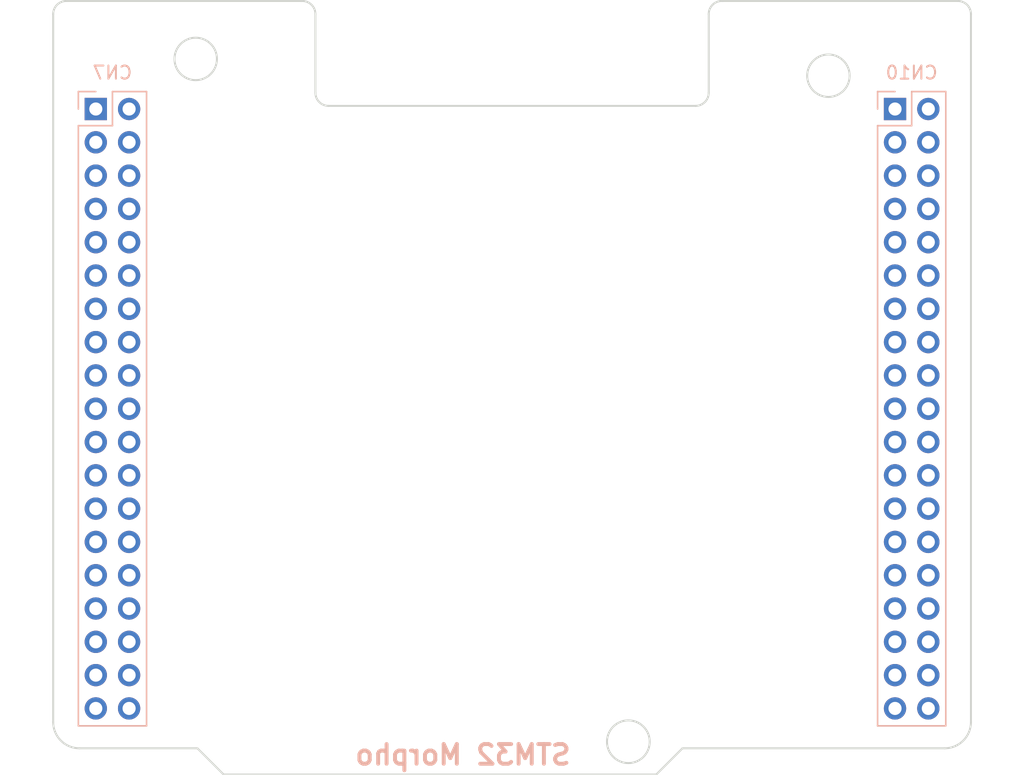
<source format=kicad_pcb>
(kicad_pcb (version 20171130) (host pcbnew 5.1.7-a382d34a8~87~ubuntu20.04.1)

  (general
    (thickness 1.6)
    (drawings 25)
    (tracks 0)
    (zones 0)
    (modules 2)
    (nets 77)
  )

  (page A4)
  (layers
    (0 F.Cu signal)
    (31 B.Cu signal)
    (32 B.Adhes user)
    (33 F.Adhes user)
    (34 B.Paste user)
    (35 F.Paste user)
    (36 B.SilkS user)
    (37 F.SilkS user)
    (38 B.Mask user)
    (39 F.Mask user)
    (40 Dwgs.User user)
    (41 Cmts.User user)
    (42 Eco1.User user)
    (43 Eco2.User user)
    (44 Edge.Cuts user)
    (45 Margin user)
    (46 B.CrtYd user)
    (47 F.CrtYd user)
    (48 B.Fab user)
    (49 F.Fab user)
  )

  (setup
    (last_trace_width 0.25)
    (trace_clearance 0.2)
    (zone_clearance 0.508)
    (zone_45_only no)
    (trace_min 0.2)
    (via_size 0.6)
    (via_drill 0.4)
    (via_min_size 0.4)
    (via_min_drill 0.3)
    (uvia_size 0.3)
    (uvia_drill 0.1)
    (uvias_allowed no)
    (uvia_min_size 0.2)
    (uvia_min_drill 0.1)
    (edge_width 0.15)
    (segment_width 0.2)
    (pcb_text_width 0.3)
    (pcb_text_size 1.5 1.5)
    (mod_edge_width 0.15)
    (mod_text_size 1 1)
    (mod_text_width 0.15)
    (pad_size 1.524 1.524)
    (pad_drill 0.762)
    (pad_to_mask_clearance 0.2)
    (aux_axis_origin 130 120)
    (grid_origin 130 120)
    (visible_elements FFFFFF7F)
    (pcbplotparams
      (layerselection 0x00030_80000001)
      (usegerberextensions false)
      (usegerberattributes true)
      (usegerberadvancedattributes true)
      (creategerberjobfile true)
      (excludeedgelayer true)
      (linewidth 0.100000)
      (plotframeref false)
      (viasonmask false)
      (mode 1)
      (useauxorigin false)
      (hpglpennumber 1)
      (hpglpenspeed 20)
      (hpglpendiameter 15.000000)
      (psnegative false)
      (psa4output false)
      (plotreference true)
      (plotvalue true)
      (plotinvisibletext false)
      (padsonsilk false)
      (subtractmaskfromsilk false)
      (outputformat 1)
      (mirror false)
      (drillshape 1)
      (scaleselection 1)
      (outputdirectory ""))
  )

  (net 0 "")
  (net 1 "Net-(CN7-Pad1)")
  (net 2 "Net-(CN7-Pad2)")
  (net 3 "Net-(CN7-Pad3)")
  (net 4 "Net-(CN7-Pad4)")
  (net 5 "Net-(CN7-Pad5)")
  (net 6 "Net-(CN7-Pad6)")
  (net 7 "Net-(CN7-Pad7)")
  (net 8 "Net-(CN7-Pad8)")
  (net 9 "Net-(CN7-Pad9)")
  (net 10 "Net-(CN7-Pad10)")
  (net 11 "Net-(CN7-Pad11)")
  (net 12 "Net-(CN7-Pad12)")
  (net 13 "Net-(CN7-Pad13)")
  (net 14 "Net-(CN7-Pad14)")
  (net 15 "Net-(CN7-Pad15)")
  (net 16 "Net-(CN7-Pad16)")
  (net 17 "Net-(CN7-Pad17)")
  (net 18 "Net-(CN7-Pad18)")
  (net 19 "Net-(CN7-Pad19)")
  (net 20 "Net-(CN7-Pad20)")
  (net 21 "Net-(CN7-Pad21)")
  (net 22 "Net-(CN7-Pad22)")
  (net 23 "Net-(CN7-Pad23)")
  (net 24 "Net-(CN7-Pad24)")
  (net 25 "Net-(CN7-Pad25)")
  (net 26 "Net-(CN7-Pad26)")
  (net 27 "Net-(CN7-Pad27)")
  (net 28 "Net-(CN7-Pad28)")
  (net 29 "Net-(CN7-Pad29)")
  (net 30 "Net-(CN7-Pad30)")
  (net 31 "Net-(CN7-Pad31)")
  (net 32 "Net-(CN7-Pad32)")
  (net 33 "Net-(CN7-Pad33)")
  (net 34 "Net-(CN7-Pad34)")
  (net 35 "Net-(CN7-Pad35)")
  (net 36 "Net-(CN7-Pad36)")
  (net 37 "Net-(CN7-Pad37)")
  (net 38 "Net-(CN7-Pad38)")
  (net 39 "Net-(CN10-Pad1)")
  (net 40 "Net-(CN10-Pad2)")
  (net 41 "Net-(CN10-Pad3)")
  (net 42 "Net-(CN10-Pad4)")
  (net 43 "Net-(CN10-Pad5)")
  (net 44 "Net-(CN10-Pad6)")
  (net 45 "Net-(CN10-Pad7)")
  (net 46 "Net-(CN10-Pad8)")
  (net 47 "Net-(CN10-Pad9)")
  (net 48 "Net-(CN10-Pad10)")
  (net 49 "Net-(CN10-Pad11)")
  (net 50 "Net-(CN10-Pad12)")
  (net 51 "Net-(CN10-Pad13)")
  (net 52 "Net-(CN10-Pad14)")
  (net 53 "Net-(CN10-Pad15)")
  (net 54 "Net-(CN10-Pad16)")
  (net 55 "Net-(CN10-Pad17)")
  (net 56 "Net-(CN10-Pad18)")
  (net 57 "Net-(CN10-Pad19)")
  (net 58 "Net-(CN10-Pad20)")
  (net 59 "Net-(CN10-Pad21)")
  (net 60 "Net-(CN10-Pad22)")
  (net 61 "Net-(CN10-Pad23)")
  (net 62 "Net-(CN10-Pad24)")
  (net 63 "Net-(CN10-Pad25)")
  (net 64 "Net-(CN10-Pad26)")
  (net 65 "Net-(CN10-Pad27)")
  (net 66 "Net-(CN10-Pad28)")
  (net 67 "Net-(CN10-Pad29)")
  (net 68 "Net-(CN10-Pad30)")
  (net 69 "Net-(CN10-Pad31)")
  (net 70 "Net-(CN10-Pad32)")
  (net 71 "Net-(CN10-Pad33)")
  (net 72 "Net-(CN10-Pad34)")
  (net 73 "Net-(CN10-Pad35)")
  (net 74 "Net-(CN10-Pad36)")
  (net 75 "Net-(CN10-Pad37)")
  (net 76 "Net-(CN10-Pad38)")

  (net_class Default "This is the default net class."
    (clearance 0.2)
    (trace_width 0.25)
    (via_dia 0.6)
    (via_drill 0.4)
    (uvia_dia 0.3)
    (uvia_drill 0.1)
    (add_net "Net-(CN10-Pad1)")
    (add_net "Net-(CN10-Pad10)")
    (add_net "Net-(CN10-Pad11)")
    (add_net "Net-(CN10-Pad12)")
    (add_net "Net-(CN10-Pad13)")
    (add_net "Net-(CN10-Pad14)")
    (add_net "Net-(CN10-Pad15)")
    (add_net "Net-(CN10-Pad16)")
    (add_net "Net-(CN10-Pad17)")
    (add_net "Net-(CN10-Pad18)")
    (add_net "Net-(CN10-Pad19)")
    (add_net "Net-(CN10-Pad2)")
    (add_net "Net-(CN10-Pad20)")
    (add_net "Net-(CN10-Pad21)")
    (add_net "Net-(CN10-Pad22)")
    (add_net "Net-(CN10-Pad23)")
    (add_net "Net-(CN10-Pad24)")
    (add_net "Net-(CN10-Pad25)")
    (add_net "Net-(CN10-Pad26)")
    (add_net "Net-(CN10-Pad27)")
    (add_net "Net-(CN10-Pad28)")
    (add_net "Net-(CN10-Pad29)")
    (add_net "Net-(CN10-Pad3)")
    (add_net "Net-(CN10-Pad30)")
    (add_net "Net-(CN10-Pad31)")
    (add_net "Net-(CN10-Pad32)")
    (add_net "Net-(CN10-Pad33)")
    (add_net "Net-(CN10-Pad34)")
    (add_net "Net-(CN10-Pad35)")
    (add_net "Net-(CN10-Pad36)")
    (add_net "Net-(CN10-Pad37)")
    (add_net "Net-(CN10-Pad38)")
    (add_net "Net-(CN10-Pad4)")
    (add_net "Net-(CN10-Pad5)")
    (add_net "Net-(CN10-Pad6)")
    (add_net "Net-(CN10-Pad7)")
    (add_net "Net-(CN10-Pad8)")
    (add_net "Net-(CN10-Pad9)")
    (add_net "Net-(CN7-Pad1)")
    (add_net "Net-(CN7-Pad10)")
    (add_net "Net-(CN7-Pad11)")
    (add_net "Net-(CN7-Pad12)")
    (add_net "Net-(CN7-Pad13)")
    (add_net "Net-(CN7-Pad14)")
    (add_net "Net-(CN7-Pad15)")
    (add_net "Net-(CN7-Pad16)")
    (add_net "Net-(CN7-Pad17)")
    (add_net "Net-(CN7-Pad18)")
    (add_net "Net-(CN7-Pad19)")
    (add_net "Net-(CN7-Pad2)")
    (add_net "Net-(CN7-Pad20)")
    (add_net "Net-(CN7-Pad21)")
    (add_net "Net-(CN7-Pad22)")
    (add_net "Net-(CN7-Pad23)")
    (add_net "Net-(CN7-Pad24)")
    (add_net "Net-(CN7-Pad25)")
    (add_net "Net-(CN7-Pad26)")
    (add_net "Net-(CN7-Pad27)")
    (add_net "Net-(CN7-Pad28)")
    (add_net "Net-(CN7-Pad29)")
    (add_net "Net-(CN7-Pad3)")
    (add_net "Net-(CN7-Pad30)")
    (add_net "Net-(CN7-Pad31)")
    (add_net "Net-(CN7-Pad32)")
    (add_net "Net-(CN7-Pad33)")
    (add_net "Net-(CN7-Pad34)")
    (add_net "Net-(CN7-Pad35)")
    (add_net "Net-(CN7-Pad36)")
    (add_net "Net-(CN7-Pad37)")
    (add_net "Net-(CN7-Pad38)")
    (add_net "Net-(CN7-Pad4)")
    (add_net "Net-(CN7-Pad5)")
    (add_net "Net-(CN7-Pad6)")
    (add_net "Net-(CN7-Pad7)")
    (add_net "Net-(CN7-Pad8)")
    (add_net "Net-(CN7-Pad9)")
  )

  (module Connector_PinSocket_2.54mm:PinSocket_2x19_P2.54mm_Vertical (layer B.Cu) (tedit 5A19A42E) (tstamp 5F9F28ED)
    (at 194.21 71.24 180)
    (descr "Through hole straight socket strip, 2x19, 2.54mm pitch, double cols (from Kicad 4.0.7), script generated")
    (tags "Through hole socket strip THT 2x19 2.54mm double row")
    (path /5F9F448E)
    (fp_text reference CN10 (at -1.27 2.77) (layer B.SilkS)
      (effects (font (size 1 1) (thickness 0.15)) (justify mirror))
    )
    (fp_text value Conn_02x19_Odd_Even (at -1.27 -48.49) (layer B.Fab)
      (effects (font (size 1 1) (thickness 0.15)) (justify mirror))
    )
    (fp_text user %R (at -1.27 -22.86 270) (layer B.Fab)
      (effects (font (size 1 1) (thickness 0.15)) (justify mirror))
    )
    (fp_line (start -3.81 1.27) (end 0.27 1.27) (layer B.Fab) (width 0.1))
    (fp_line (start 0.27 1.27) (end 1.27 0.27) (layer B.Fab) (width 0.1))
    (fp_line (start 1.27 0.27) (end 1.27 -46.99) (layer B.Fab) (width 0.1))
    (fp_line (start 1.27 -46.99) (end -3.81 -46.99) (layer B.Fab) (width 0.1))
    (fp_line (start -3.81 -46.99) (end -3.81 1.27) (layer B.Fab) (width 0.1))
    (fp_line (start -3.87 1.33) (end -1.27 1.33) (layer B.SilkS) (width 0.12))
    (fp_line (start -3.87 1.33) (end -3.87 -47.05) (layer B.SilkS) (width 0.12))
    (fp_line (start -3.87 -47.05) (end 1.33 -47.05) (layer B.SilkS) (width 0.12))
    (fp_line (start 1.33 -1.27) (end 1.33 -47.05) (layer B.SilkS) (width 0.12))
    (fp_line (start -1.27 -1.27) (end 1.33 -1.27) (layer B.SilkS) (width 0.12))
    (fp_line (start -1.27 1.33) (end -1.27 -1.27) (layer B.SilkS) (width 0.12))
    (fp_line (start 1.33 1.33) (end 1.33 0) (layer B.SilkS) (width 0.12))
    (fp_line (start 0 1.33) (end 1.33 1.33) (layer B.SilkS) (width 0.12))
    (fp_line (start -4.34 1.8) (end 1.76 1.8) (layer B.CrtYd) (width 0.05))
    (fp_line (start 1.76 1.8) (end 1.76 -47.5) (layer B.CrtYd) (width 0.05))
    (fp_line (start 1.76 -47.5) (end -4.34 -47.5) (layer B.CrtYd) (width 0.05))
    (fp_line (start -4.34 -47.5) (end -4.34 1.8) (layer B.CrtYd) (width 0.05))
    (pad 38 thru_hole oval (at -2.54 -45.72 180) (size 1.7 1.7) (drill 1) (layers *.Cu *.Mask)
      (net 76 "Net-(CN10-Pad38)"))
    (pad 37 thru_hole oval (at 0 -45.72 180) (size 1.7 1.7) (drill 1) (layers *.Cu *.Mask)
      (net 75 "Net-(CN10-Pad37)"))
    (pad 36 thru_hole oval (at -2.54 -43.18 180) (size 1.7 1.7) (drill 1) (layers *.Cu *.Mask)
      (net 74 "Net-(CN10-Pad36)"))
    (pad 35 thru_hole oval (at 0 -43.18 180) (size 1.7 1.7) (drill 1) (layers *.Cu *.Mask)
      (net 73 "Net-(CN10-Pad35)"))
    (pad 34 thru_hole oval (at -2.54 -40.64 180) (size 1.7 1.7) (drill 1) (layers *.Cu *.Mask)
      (net 72 "Net-(CN10-Pad34)"))
    (pad 33 thru_hole oval (at 0 -40.64 180) (size 1.7 1.7) (drill 1) (layers *.Cu *.Mask)
      (net 71 "Net-(CN10-Pad33)"))
    (pad 32 thru_hole oval (at -2.54 -38.1 180) (size 1.7 1.7) (drill 1) (layers *.Cu *.Mask)
      (net 70 "Net-(CN10-Pad32)"))
    (pad 31 thru_hole oval (at 0 -38.1 180) (size 1.7 1.7) (drill 1) (layers *.Cu *.Mask)
      (net 69 "Net-(CN10-Pad31)"))
    (pad 30 thru_hole oval (at -2.54 -35.56 180) (size 1.7 1.7) (drill 1) (layers *.Cu *.Mask)
      (net 68 "Net-(CN10-Pad30)"))
    (pad 29 thru_hole oval (at 0 -35.56 180) (size 1.7 1.7) (drill 1) (layers *.Cu *.Mask)
      (net 67 "Net-(CN10-Pad29)"))
    (pad 28 thru_hole oval (at -2.54 -33.02 180) (size 1.7 1.7) (drill 1) (layers *.Cu *.Mask)
      (net 66 "Net-(CN10-Pad28)"))
    (pad 27 thru_hole oval (at 0 -33.02 180) (size 1.7 1.7) (drill 1) (layers *.Cu *.Mask)
      (net 65 "Net-(CN10-Pad27)"))
    (pad 26 thru_hole oval (at -2.54 -30.48 180) (size 1.7 1.7) (drill 1) (layers *.Cu *.Mask)
      (net 64 "Net-(CN10-Pad26)"))
    (pad 25 thru_hole oval (at 0 -30.48 180) (size 1.7 1.7) (drill 1) (layers *.Cu *.Mask)
      (net 63 "Net-(CN10-Pad25)"))
    (pad 24 thru_hole oval (at -2.54 -27.94 180) (size 1.7 1.7) (drill 1) (layers *.Cu *.Mask)
      (net 62 "Net-(CN10-Pad24)"))
    (pad 23 thru_hole oval (at 0 -27.94 180) (size 1.7 1.7) (drill 1) (layers *.Cu *.Mask)
      (net 61 "Net-(CN10-Pad23)"))
    (pad 22 thru_hole oval (at -2.54 -25.4 180) (size 1.7 1.7) (drill 1) (layers *.Cu *.Mask)
      (net 60 "Net-(CN10-Pad22)"))
    (pad 21 thru_hole oval (at 0 -25.4 180) (size 1.7 1.7) (drill 1) (layers *.Cu *.Mask)
      (net 59 "Net-(CN10-Pad21)"))
    (pad 20 thru_hole oval (at -2.54 -22.86 180) (size 1.7 1.7) (drill 1) (layers *.Cu *.Mask)
      (net 58 "Net-(CN10-Pad20)"))
    (pad 19 thru_hole oval (at 0 -22.86 180) (size 1.7 1.7) (drill 1) (layers *.Cu *.Mask)
      (net 57 "Net-(CN10-Pad19)"))
    (pad 18 thru_hole oval (at -2.54 -20.32 180) (size 1.7 1.7) (drill 1) (layers *.Cu *.Mask)
      (net 56 "Net-(CN10-Pad18)"))
    (pad 17 thru_hole oval (at 0 -20.32 180) (size 1.7 1.7) (drill 1) (layers *.Cu *.Mask)
      (net 55 "Net-(CN10-Pad17)"))
    (pad 16 thru_hole oval (at -2.54 -17.78 180) (size 1.7 1.7) (drill 1) (layers *.Cu *.Mask)
      (net 54 "Net-(CN10-Pad16)"))
    (pad 15 thru_hole oval (at 0 -17.78 180) (size 1.7 1.7) (drill 1) (layers *.Cu *.Mask)
      (net 53 "Net-(CN10-Pad15)"))
    (pad 14 thru_hole oval (at -2.54 -15.24 180) (size 1.7 1.7) (drill 1) (layers *.Cu *.Mask)
      (net 52 "Net-(CN10-Pad14)"))
    (pad 13 thru_hole oval (at 0 -15.24 180) (size 1.7 1.7) (drill 1) (layers *.Cu *.Mask)
      (net 51 "Net-(CN10-Pad13)"))
    (pad 12 thru_hole oval (at -2.54 -12.7 180) (size 1.7 1.7) (drill 1) (layers *.Cu *.Mask)
      (net 50 "Net-(CN10-Pad12)"))
    (pad 11 thru_hole oval (at 0 -12.7 180) (size 1.7 1.7) (drill 1) (layers *.Cu *.Mask)
      (net 49 "Net-(CN10-Pad11)"))
    (pad 10 thru_hole oval (at -2.54 -10.16 180) (size 1.7 1.7) (drill 1) (layers *.Cu *.Mask)
      (net 48 "Net-(CN10-Pad10)"))
    (pad 9 thru_hole oval (at 0 -10.16 180) (size 1.7 1.7) (drill 1) (layers *.Cu *.Mask)
      (net 47 "Net-(CN10-Pad9)"))
    (pad 8 thru_hole oval (at -2.54 -7.62 180) (size 1.7 1.7) (drill 1) (layers *.Cu *.Mask)
      (net 46 "Net-(CN10-Pad8)"))
    (pad 7 thru_hole oval (at 0 -7.62 180) (size 1.7 1.7) (drill 1) (layers *.Cu *.Mask)
      (net 45 "Net-(CN10-Pad7)"))
    (pad 6 thru_hole oval (at -2.54 -5.08 180) (size 1.7 1.7) (drill 1) (layers *.Cu *.Mask)
      (net 44 "Net-(CN10-Pad6)"))
    (pad 5 thru_hole oval (at 0 -5.08 180) (size 1.7 1.7) (drill 1) (layers *.Cu *.Mask)
      (net 43 "Net-(CN10-Pad5)"))
    (pad 4 thru_hole oval (at -2.54 -2.54 180) (size 1.7 1.7) (drill 1) (layers *.Cu *.Mask)
      (net 42 "Net-(CN10-Pad4)"))
    (pad 3 thru_hole oval (at 0 -2.54 180) (size 1.7 1.7) (drill 1) (layers *.Cu *.Mask)
      (net 41 "Net-(CN10-Pad3)"))
    (pad 2 thru_hole oval (at -2.54 0 180) (size 1.7 1.7) (drill 1) (layers *.Cu *.Mask)
      (net 40 "Net-(CN10-Pad2)"))
    (pad 1 thru_hole rect (at 0 0 180) (size 1.7 1.7) (drill 1) (layers *.Cu *.Mask)
      (net 39 "Net-(CN10-Pad1)"))
    (model ${KISYS3DMOD}/Connector_PinSocket_2.54mm.3dshapes/PinSocket_2x19_P2.54mm_Vertical.wrl
      (at (xyz 0 0 0))
      (scale (xyz 1 1 1))
      (rotate (xyz 0 0 0))
    )
  )

  (module Connector_PinSocket_2.54mm:PinSocket_2x19_P2.54mm_Vertical (layer B.Cu) (tedit 5A19A42E) (tstamp 5F9F28B1)
    (at 133.25 71.24 180)
    (descr "Through hole straight socket strip, 2x19, 2.54mm pitch, double cols (from Kicad 4.0.7), script generated")
    (tags "Through hole socket strip THT 2x19 2.54mm double row")
    (path /5F9F2DD0)
    (fp_text reference CN7 (at -1.27 2.77) (layer B.SilkS)
      (effects (font (size 1 1) (thickness 0.15)) (justify mirror))
    )
    (fp_text value Conn_02x19_Odd_Even (at -1.27 -48.49) (layer B.Fab)
      (effects (font (size 1 1) (thickness 0.15)) (justify mirror))
    )
    (fp_text user %R (at -1.27 -22.86 270) (layer B.Fab)
      (effects (font (size 1 1) (thickness 0.15)) (justify mirror))
    )
    (fp_line (start -3.81 1.27) (end 0.27 1.27) (layer B.Fab) (width 0.1))
    (fp_line (start 0.27 1.27) (end 1.27 0.27) (layer B.Fab) (width 0.1))
    (fp_line (start 1.27 0.27) (end 1.27 -46.99) (layer B.Fab) (width 0.1))
    (fp_line (start 1.27 -46.99) (end -3.81 -46.99) (layer B.Fab) (width 0.1))
    (fp_line (start -3.81 -46.99) (end -3.81 1.27) (layer B.Fab) (width 0.1))
    (fp_line (start -3.87 1.33) (end -1.27 1.33) (layer B.SilkS) (width 0.12))
    (fp_line (start -3.87 1.33) (end -3.87 -47.05) (layer B.SilkS) (width 0.12))
    (fp_line (start -3.87 -47.05) (end 1.33 -47.05) (layer B.SilkS) (width 0.12))
    (fp_line (start 1.33 -1.27) (end 1.33 -47.05) (layer B.SilkS) (width 0.12))
    (fp_line (start -1.27 -1.27) (end 1.33 -1.27) (layer B.SilkS) (width 0.12))
    (fp_line (start -1.27 1.33) (end -1.27 -1.27) (layer B.SilkS) (width 0.12))
    (fp_line (start 1.33 1.33) (end 1.33 0) (layer B.SilkS) (width 0.12))
    (fp_line (start 0 1.33) (end 1.33 1.33) (layer B.SilkS) (width 0.12))
    (fp_line (start -4.34 1.8) (end 1.76 1.8) (layer B.CrtYd) (width 0.05))
    (fp_line (start 1.76 1.8) (end 1.76 -47.5) (layer B.CrtYd) (width 0.05))
    (fp_line (start 1.76 -47.5) (end -4.34 -47.5) (layer B.CrtYd) (width 0.05))
    (fp_line (start -4.34 -47.5) (end -4.34 1.8) (layer B.CrtYd) (width 0.05))
    (pad 38 thru_hole oval (at -2.54 -45.72 180) (size 1.7 1.7) (drill 1) (layers *.Cu *.Mask)
      (net 38 "Net-(CN7-Pad38)"))
    (pad 37 thru_hole oval (at 0 -45.72 180) (size 1.7 1.7) (drill 1) (layers *.Cu *.Mask)
      (net 37 "Net-(CN7-Pad37)"))
    (pad 36 thru_hole oval (at -2.54 -43.18 180) (size 1.7 1.7) (drill 1) (layers *.Cu *.Mask)
      (net 36 "Net-(CN7-Pad36)"))
    (pad 35 thru_hole oval (at 0 -43.18 180) (size 1.7 1.7) (drill 1) (layers *.Cu *.Mask)
      (net 35 "Net-(CN7-Pad35)"))
    (pad 34 thru_hole oval (at -2.54 -40.64 180) (size 1.7 1.7) (drill 1) (layers *.Cu *.Mask)
      (net 34 "Net-(CN7-Pad34)"))
    (pad 33 thru_hole oval (at 0 -40.64 180) (size 1.7 1.7) (drill 1) (layers *.Cu *.Mask)
      (net 33 "Net-(CN7-Pad33)"))
    (pad 32 thru_hole oval (at -2.54 -38.1 180) (size 1.7 1.7) (drill 1) (layers *.Cu *.Mask)
      (net 32 "Net-(CN7-Pad32)"))
    (pad 31 thru_hole oval (at 0 -38.1 180) (size 1.7 1.7) (drill 1) (layers *.Cu *.Mask)
      (net 31 "Net-(CN7-Pad31)"))
    (pad 30 thru_hole oval (at -2.54 -35.56 180) (size 1.7 1.7) (drill 1) (layers *.Cu *.Mask)
      (net 30 "Net-(CN7-Pad30)"))
    (pad 29 thru_hole oval (at 0 -35.56 180) (size 1.7 1.7) (drill 1) (layers *.Cu *.Mask)
      (net 29 "Net-(CN7-Pad29)"))
    (pad 28 thru_hole oval (at -2.54 -33.02 180) (size 1.7 1.7) (drill 1) (layers *.Cu *.Mask)
      (net 28 "Net-(CN7-Pad28)"))
    (pad 27 thru_hole oval (at 0 -33.02 180) (size 1.7 1.7) (drill 1) (layers *.Cu *.Mask)
      (net 27 "Net-(CN7-Pad27)"))
    (pad 26 thru_hole oval (at -2.54 -30.48 180) (size 1.7 1.7) (drill 1) (layers *.Cu *.Mask)
      (net 26 "Net-(CN7-Pad26)"))
    (pad 25 thru_hole oval (at 0 -30.48 180) (size 1.7 1.7) (drill 1) (layers *.Cu *.Mask)
      (net 25 "Net-(CN7-Pad25)"))
    (pad 24 thru_hole oval (at -2.54 -27.94 180) (size 1.7 1.7) (drill 1) (layers *.Cu *.Mask)
      (net 24 "Net-(CN7-Pad24)"))
    (pad 23 thru_hole oval (at 0 -27.94 180) (size 1.7 1.7) (drill 1) (layers *.Cu *.Mask)
      (net 23 "Net-(CN7-Pad23)"))
    (pad 22 thru_hole oval (at -2.54 -25.4 180) (size 1.7 1.7) (drill 1) (layers *.Cu *.Mask)
      (net 22 "Net-(CN7-Pad22)"))
    (pad 21 thru_hole oval (at 0 -25.4 180) (size 1.7 1.7) (drill 1) (layers *.Cu *.Mask)
      (net 21 "Net-(CN7-Pad21)"))
    (pad 20 thru_hole oval (at -2.54 -22.86 180) (size 1.7 1.7) (drill 1) (layers *.Cu *.Mask)
      (net 20 "Net-(CN7-Pad20)"))
    (pad 19 thru_hole oval (at 0 -22.86 180) (size 1.7 1.7) (drill 1) (layers *.Cu *.Mask)
      (net 19 "Net-(CN7-Pad19)"))
    (pad 18 thru_hole oval (at -2.54 -20.32 180) (size 1.7 1.7) (drill 1) (layers *.Cu *.Mask)
      (net 18 "Net-(CN7-Pad18)"))
    (pad 17 thru_hole oval (at 0 -20.32 180) (size 1.7 1.7) (drill 1) (layers *.Cu *.Mask)
      (net 17 "Net-(CN7-Pad17)"))
    (pad 16 thru_hole oval (at -2.54 -17.78 180) (size 1.7 1.7) (drill 1) (layers *.Cu *.Mask)
      (net 16 "Net-(CN7-Pad16)"))
    (pad 15 thru_hole oval (at 0 -17.78 180) (size 1.7 1.7) (drill 1) (layers *.Cu *.Mask)
      (net 15 "Net-(CN7-Pad15)"))
    (pad 14 thru_hole oval (at -2.54 -15.24 180) (size 1.7 1.7) (drill 1) (layers *.Cu *.Mask)
      (net 14 "Net-(CN7-Pad14)"))
    (pad 13 thru_hole oval (at 0 -15.24 180) (size 1.7 1.7) (drill 1) (layers *.Cu *.Mask)
      (net 13 "Net-(CN7-Pad13)"))
    (pad 12 thru_hole oval (at -2.54 -12.7 180) (size 1.7 1.7) (drill 1) (layers *.Cu *.Mask)
      (net 12 "Net-(CN7-Pad12)"))
    (pad 11 thru_hole oval (at 0 -12.7 180) (size 1.7 1.7) (drill 1) (layers *.Cu *.Mask)
      (net 11 "Net-(CN7-Pad11)"))
    (pad 10 thru_hole oval (at -2.54 -10.16 180) (size 1.7 1.7) (drill 1) (layers *.Cu *.Mask)
      (net 10 "Net-(CN7-Pad10)"))
    (pad 9 thru_hole oval (at 0 -10.16 180) (size 1.7 1.7) (drill 1) (layers *.Cu *.Mask)
      (net 9 "Net-(CN7-Pad9)"))
    (pad 8 thru_hole oval (at -2.54 -7.62 180) (size 1.7 1.7) (drill 1) (layers *.Cu *.Mask)
      (net 8 "Net-(CN7-Pad8)"))
    (pad 7 thru_hole oval (at 0 -7.62 180) (size 1.7 1.7) (drill 1) (layers *.Cu *.Mask)
      (net 7 "Net-(CN7-Pad7)"))
    (pad 6 thru_hole oval (at -2.54 -5.08 180) (size 1.7 1.7) (drill 1) (layers *.Cu *.Mask)
      (net 6 "Net-(CN7-Pad6)"))
    (pad 5 thru_hole oval (at 0 -5.08 180) (size 1.7 1.7) (drill 1) (layers *.Cu *.Mask)
      (net 5 "Net-(CN7-Pad5)"))
    (pad 4 thru_hole oval (at -2.54 -2.54 180) (size 1.7 1.7) (drill 1) (layers *.Cu *.Mask)
      (net 4 "Net-(CN7-Pad4)"))
    (pad 3 thru_hole oval (at 0 -2.54 180) (size 1.7 1.7) (drill 1) (layers *.Cu *.Mask)
      (net 3 "Net-(CN7-Pad3)"))
    (pad 2 thru_hole oval (at -2.54 0 180) (size 1.7 1.7) (drill 1) (layers *.Cu *.Mask)
      (net 2 "Net-(CN7-Pad2)"))
    (pad 1 thru_hole rect (at 0 0 180) (size 1.7 1.7) (drill 1) (layers *.Cu *.Mask)
      (net 1 "Net-(CN7-Pad1)"))
    (model ${KISYS3DMOD}/Connector_PinSocket_2.54mm.3dshapes/PinSocket_2x19_P2.54mm_Vertical.wrl
      (at (xyz 0 0 0))
      (scale (xyz 1 1 1))
      (rotate (xyz 0 0 0))
    )
  )

  (gr_text "STM32 Morpho" (at 161.25 120.5) (layer B.SilkS)
    (effects (font (size 1.5 1.5) (thickness 0.3)) (justify mirror))
  )
  (gr_text ®©® (at 146.75 120.5) (layer B.Mask)
    (effects (font (size 1.5 1.5) (thickness 0.3)) (justify mirror))
  )
  (gr_circle (center 189.13 68.7) (end 190.75 68.7) (layer Edge.Cuts) (width 0.15))
  (gr_circle (center 140.87 67.42) (end 142.49 67.42) (layer Edge.Cuts) (width 0.15))
  (gr_circle (center 173.87 119.5) (end 175.5 119.5) (layer Edge.Cuts) (width 0.15))
  (gr_arc (start 132 118) (end 132 120) (angle 90) (layer Edge.Cuts) (width 0.15))
  (gr_arc (start 198 118) (end 200 118) (angle 90) (layer Edge.Cuts) (width 0.15))
  (gr_arc (start 199 64) (end 199 63) (angle 90) (layer Edge.Cuts) (width 0.15))
  (gr_arc (start 181 64) (end 180 64) (angle 90) (layer Edge.Cuts) (width 0.15))
  (gr_arc (start 179 70) (end 180 70) (angle 90) (layer Edge.Cuts) (width 0.15))
  (gr_arc (start 151 70) (end 151 71) (angle 90) (layer Edge.Cuts) (width 0.15))
  (gr_arc (start 149 64) (end 149 63) (angle 90) (layer Edge.Cuts) (width 0.15))
  (gr_arc (start 131 64) (end 130 64) (angle 90) (layer Edge.Cuts) (width 0.15))
  (gr_line (start 179 71) (end 151 71) (layer Edge.Cuts) (width 0.15))
  (gr_line (start 180 64) (end 180 70) (layer Edge.Cuts) (width 0.15))
  (gr_line (start 199 63) (end 181 63) (layer Edge.Cuts) (width 0.15))
  (gr_line (start 200 118) (end 200 64) (layer Edge.Cuts) (width 0.15))
  (gr_line (start 150 64) (end 150 70) (layer Edge.Cuts) (width 0.15))
  (gr_line (start 131 63) (end 149 63) (layer Edge.Cuts) (width 0.15))
  (gr_line (start 130 118) (end 130 64) (layer Edge.Cuts) (width 0.15))
  (gr_line (start 178 120) (end 198 120) (layer Edge.Cuts) (width 0.15))
  (gr_line (start 176 122) (end 178 120) (layer Edge.Cuts) (width 0.15))
  (gr_line (start 143 122) (end 176 122) (layer Edge.Cuts) (width 0.15))
  (gr_line (start 141 120) (end 143 122) (layer Edge.Cuts) (width 0.15))
  (gr_line (start 132 120) (end 141 120) (layer Edge.Cuts) (width 0.15))

)

</source>
